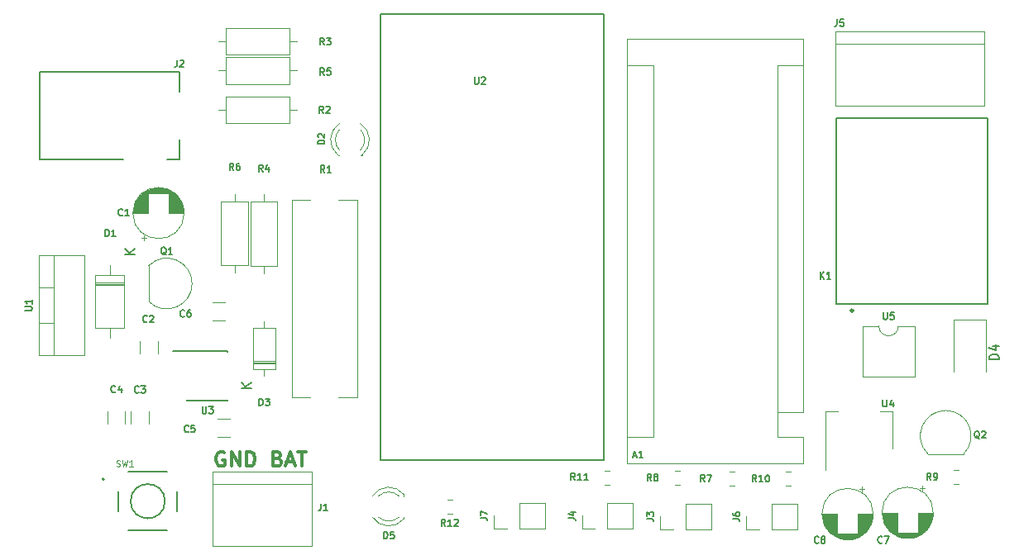
<source format=gbr>
G04 #@! TF.GenerationSoftware,KiCad,Pcbnew,(5.0.1)-3*
G04 #@! TF.CreationDate,2021-06-13T08:30:19+05:45*
G04 #@! TF.ProjectId,Logic-circuit,4C6F6769632D636972637569742E6B69,rev?*
G04 #@! TF.SameCoordinates,Original*
G04 #@! TF.FileFunction,Legend,Top*
G04 #@! TF.FilePolarity,Positive*
%FSLAX46Y46*%
G04 Gerber Fmt 4.6, Leading zero omitted, Abs format (unit mm)*
G04 Created by KiCad (PCBNEW (5.0.1)-3) date 6/13/2021 8:30:19 AM*
%MOMM*%
%LPD*%
G01*
G04 APERTURE LIST*
%ADD10C,0.300000*%
%ADD11C,0.120000*%
%ADD12C,0.127000*%
%ADD13C,0.150000*%
%ADD14C,0.200000*%
%ADD15C,0.015000*%
G04 APERTURE END LIST*
D10*
X108057142Y-104990000D02*
X107914285Y-104918571D01*
X107700000Y-104918571D01*
X107485714Y-104990000D01*
X107342857Y-105132857D01*
X107271428Y-105275714D01*
X107200000Y-105561428D01*
X107200000Y-105775714D01*
X107271428Y-106061428D01*
X107342857Y-106204285D01*
X107485714Y-106347142D01*
X107700000Y-106418571D01*
X107842857Y-106418571D01*
X108057142Y-106347142D01*
X108128571Y-106275714D01*
X108128571Y-105775714D01*
X107842857Y-105775714D01*
X108771428Y-106418571D02*
X108771428Y-104918571D01*
X109628571Y-106418571D01*
X109628571Y-104918571D01*
X110342857Y-106418571D02*
X110342857Y-104918571D01*
X110700000Y-104918571D01*
X110914285Y-104990000D01*
X111057142Y-105132857D01*
X111128571Y-105275714D01*
X111200000Y-105561428D01*
X111200000Y-105775714D01*
X111128571Y-106061428D01*
X111057142Y-106204285D01*
X110914285Y-106347142D01*
X110700000Y-106418571D01*
X110342857Y-106418571D01*
X113502857Y-105632857D02*
X113717142Y-105704285D01*
X113788571Y-105775714D01*
X113860000Y-105918571D01*
X113860000Y-106132857D01*
X113788571Y-106275714D01*
X113717142Y-106347142D01*
X113574285Y-106418571D01*
X113002857Y-106418571D01*
X113002857Y-104918571D01*
X113502857Y-104918571D01*
X113645714Y-104990000D01*
X113717142Y-105061428D01*
X113788571Y-105204285D01*
X113788571Y-105347142D01*
X113717142Y-105490000D01*
X113645714Y-105561428D01*
X113502857Y-105632857D01*
X113002857Y-105632857D01*
X114431428Y-105990000D02*
X115145714Y-105990000D01*
X114288571Y-106418571D02*
X114788571Y-104918571D01*
X115288571Y-106418571D01*
X115574285Y-104918571D02*
X116431428Y-104918571D01*
X116002857Y-106418571D02*
X116002857Y-104918571D01*
D11*
G04 #@! TO.C,A1*
X164650000Y-100880000D02*
X164650000Y-103420000D01*
X164650000Y-103420000D02*
X167320000Y-103420000D01*
X167320000Y-100880000D02*
X167320000Y-62650000D01*
X167320000Y-106090000D02*
X167320000Y-103420000D01*
X151950000Y-103420000D02*
X149280000Y-103420000D01*
X151950000Y-103420000D02*
X151950000Y-65320000D01*
X151950000Y-65320000D02*
X149280000Y-65320000D01*
X164650000Y-100880000D02*
X167320000Y-100880000D01*
X164650000Y-100880000D02*
X164650000Y-65320000D01*
X164650000Y-65320000D02*
X167320000Y-65320000D01*
X167320000Y-62650000D02*
X149280000Y-62650000D01*
X149280000Y-62650000D02*
X149280000Y-106090000D01*
X149280000Y-106090000D02*
X167320000Y-106090000D01*
G04 #@! TO.C,C1*
X103940000Y-80470000D02*
G75*
G03X103940000Y-80470000I-2620000J0D01*
G01*
X102360000Y-80470000D02*
X103900000Y-80470000D01*
X98740000Y-80470000D02*
X100280000Y-80470000D01*
X102360000Y-80430000D02*
X103900000Y-80430000D01*
X98740000Y-80430000D02*
X100280000Y-80430000D01*
X98741000Y-80390000D02*
X100280000Y-80390000D01*
X102360000Y-80390000D02*
X103899000Y-80390000D01*
X98742000Y-80350000D02*
X100280000Y-80350000D01*
X102360000Y-80350000D02*
X103898000Y-80350000D01*
X98744000Y-80310000D02*
X100280000Y-80310000D01*
X102360000Y-80310000D02*
X103896000Y-80310000D01*
X98747000Y-80270000D02*
X100280000Y-80270000D01*
X102360000Y-80270000D02*
X103893000Y-80270000D01*
X98751000Y-80230000D02*
X100280000Y-80230000D01*
X102360000Y-80230000D02*
X103889000Y-80230000D01*
X98755000Y-80190000D02*
X100280000Y-80190000D01*
X102360000Y-80190000D02*
X103885000Y-80190000D01*
X98759000Y-80150000D02*
X100280000Y-80150000D01*
X102360000Y-80150000D02*
X103881000Y-80150000D01*
X98764000Y-80110000D02*
X100280000Y-80110000D01*
X102360000Y-80110000D02*
X103876000Y-80110000D01*
X98770000Y-80070000D02*
X100280000Y-80070000D01*
X102360000Y-80070000D02*
X103870000Y-80070000D01*
X98777000Y-80030000D02*
X100280000Y-80030000D01*
X102360000Y-80030000D02*
X103863000Y-80030000D01*
X98784000Y-79990000D02*
X100280000Y-79990000D01*
X102360000Y-79990000D02*
X103856000Y-79990000D01*
X98792000Y-79950000D02*
X100280000Y-79950000D01*
X102360000Y-79950000D02*
X103848000Y-79950000D01*
X98800000Y-79910000D02*
X100280000Y-79910000D01*
X102360000Y-79910000D02*
X103840000Y-79910000D01*
X98809000Y-79870000D02*
X100280000Y-79870000D01*
X102360000Y-79870000D02*
X103831000Y-79870000D01*
X98819000Y-79830000D02*
X100280000Y-79830000D01*
X102360000Y-79830000D02*
X103821000Y-79830000D01*
X98829000Y-79790000D02*
X100280000Y-79790000D01*
X102360000Y-79790000D02*
X103811000Y-79790000D01*
X98840000Y-79749000D02*
X100280000Y-79749000D01*
X102360000Y-79749000D02*
X103800000Y-79749000D01*
X98852000Y-79709000D02*
X100280000Y-79709000D01*
X102360000Y-79709000D02*
X103788000Y-79709000D01*
X98865000Y-79669000D02*
X100280000Y-79669000D01*
X102360000Y-79669000D02*
X103775000Y-79669000D01*
X98878000Y-79629000D02*
X100280000Y-79629000D01*
X102360000Y-79629000D02*
X103762000Y-79629000D01*
X98892000Y-79589000D02*
X100280000Y-79589000D01*
X102360000Y-79589000D02*
X103748000Y-79589000D01*
X98906000Y-79549000D02*
X100280000Y-79549000D01*
X102360000Y-79549000D02*
X103734000Y-79549000D01*
X98922000Y-79509000D02*
X100280000Y-79509000D01*
X102360000Y-79509000D02*
X103718000Y-79509000D01*
X98938000Y-79469000D02*
X100280000Y-79469000D01*
X102360000Y-79469000D02*
X103702000Y-79469000D01*
X98955000Y-79429000D02*
X100280000Y-79429000D01*
X102360000Y-79429000D02*
X103685000Y-79429000D01*
X98972000Y-79389000D02*
X100280000Y-79389000D01*
X102360000Y-79389000D02*
X103668000Y-79389000D01*
X98991000Y-79349000D02*
X100280000Y-79349000D01*
X102360000Y-79349000D02*
X103649000Y-79349000D01*
X99010000Y-79309000D02*
X100280000Y-79309000D01*
X102360000Y-79309000D02*
X103630000Y-79309000D01*
X99030000Y-79269000D02*
X100280000Y-79269000D01*
X102360000Y-79269000D02*
X103610000Y-79269000D01*
X99052000Y-79229000D02*
X100280000Y-79229000D01*
X102360000Y-79229000D02*
X103588000Y-79229000D01*
X99073000Y-79189000D02*
X100280000Y-79189000D01*
X102360000Y-79189000D02*
X103567000Y-79189000D01*
X99096000Y-79149000D02*
X100280000Y-79149000D01*
X102360000Y-79149000D02*
X103544000Y-79149000D01*
X99120000Y-79109000D02*
X100280000Y-79109000D01*
X102360000Y-79109000D02*
X103520000Y-79109000D01*
X99145000Y-79069000D02*
X100280000Y-79069000D01*
X102360000Y-79069000D02*
X103495000Y-79069000D01*
X99171000Y-79029000D02*
X100280000Y-79029000D01*
X102360000Y-79029000D02*
X103469000Y-79029000D01*
X99198000Y-78989000D02*
X100280000Y-78989000D01*
X102360000Y-78989000D02*
X103442000Y-78989000D01*
X99225000Y-78949000D02*
X100280000Y-78949000D01*
X102360000Y-78949000D02*
X103415000Y-78949000D01*
X99255000Y-78909000D02*
X100280000Y-78909000D01*
X102360000Y-78909000D02*
X103385000Y-78909000D01*
X99285000Y-78869000D02*
X100280000Y-78869000D01*
X102360000Y-78869000D02*
X103355000Y-78869000D01*
X99316000Y-78829000D02*
X100280000Y-78829000D01*
X102360000Y-78829000D02*
X103324000Y-78829000D01*
X99349000Y-78789000D02*
X100280000Y-78789000D01*
X102360000Y-78789000D02*
X103291000Y-78789000D01*
X99383000Y-78749000D02*
X100280000Y-78749000D01*
X102360000Y-78749000D02*
X103257000Y-78749000D01*
X99419000Y-78709000D02*
X100280000Y-78709000D01*
X102360000Y-78709000D02*
X103221000Y-78709000D01*
X99456000Y-78669000D02*
X100280000Y-78669000D01*
X102360000Y-78669000D02*
X103184000Y-78669000D01*
X99494000Y-78629000D02*
X100280000Y-78629000D01*
X102360000Y-78629000D02*
X103146000Y-78629000D01*
X99535000Y-78589000D02*
X100280000Y-78589000D01*
X102360000Y-78589000D02*
X103105000Y-78589000D01*
X99577000Y-78549000D02*
X100280000Y-78549000D01*
X102360000Y-78549000D02*
X103063000Y-78549000D01*
X99621000Y-78509000D02*
X100280000Y-78509000D01*
X102360000Y-78509000D02*
X103019000Y-78509000D01*
X99667000Y-78469000D02*
X100280000Y-78469000D01*
X102360000Y-78469000D02*
X102973000Y-78469000D01*
X99715000Y-78429000D02*
X102925000Y-78429000D01*
X99766000Y-78389000D02*
X102874000Y-78389000D01*
X99820000Y-78349000D02*
X102820000Y-78349000D01*
X99877000Y-78309000D02*
X102763000Y-78309000D01*
X99937000Y-78269000D02*
X102703000Y-78269000D01*
X100001000Y-78229000D02*
X102639000Y-78229000D01*
X100069000Y-78189000D02*
X102571000Y-78189000D01*
X100142000Y-78149000D02*
X102498000Y-78149000D01*
X100222000Y-78109000D02*
X102418000Y-78109000D01*
X100309000Y-78069000D02*
X102331000Y-78069000D01*
X100405000Y-78029000D02*
X102235000Y-78029000D01*
X100515000Y-77989000D02*
X102125000Y-77989000D01*
X100643000Y-77949000D02*
X101997000Y-77949000D01*
X100802000Y-77909000D02*
X101838000Y-77909000D01*
X101036000Y-77869000D02*
X101604000Y-77869000D01*
X99845000Y-83274775D02*
X99845000Y-82774775D01*
X99595000Y-83024775D02*
X100095000Y-83024775D01*
G04 #@! TO.C,C2*
X101240000Y-93591000D02*
X101240000Y-94849000D01*
X99400000Y-93591000D02*
X99400000Y-94849000D01*
G04 #@! TO.C,C3*
X100310000Y-100791000D02*
X100310000Y-102049000D01*
X98470000Y-100791000D02*
X98470000Y-102049000D01*
G04 #@! TO.C,C4*
X96060000Y-100831000D02*
X96060000Y-102089000D01*
X97900000Y-100831000D02*
X97900000Y-102089000D01*
G04 #@! TO.C,C5*
X108629000Y-101540000D02*
X107371000Y-101540000D01*
X108629000Y-103380000D02*
X107371000Y-103380000D01*
G04 #@! TO.C,C6*
X106861000Y-89650000D02*
X108119000Y-89650000D01*
X106861000Y-91490000D02*
X108119000Y-91490000D01*
G04 #@! TO.C,C7*
X180620000Y-111190000D02*
G75*
G03X180620000Y-111190000I-2620000J0D01*
G01*
X176960000Y-111190000D02*
X175420000Y-111190000D01*
X180580000Y-111190000D02*
X179040000Y-111190000D01*
X176960000Y-111230000D02*
X175420000Y-111230000D01*
X180580000Y-111230000D02*
X179040000Y-111230000D01*
X180579000Y-111270000D02*
X179040000Y-111270000D01*
X176960000Y-111270000D02*
X175421000Y-111270000D01*
X180578000Y-111310000D02*
X179040000Y-111310000D01*
X176960000Y-111310000D02*
X175422000Y-111310000D01*
X180576000Y-111350000D02*
X179040000Y-111350000D01*
X176960000Y-111350000D02*
X175424000Y-111350000D01*
X180573000Y-111390000D02*
X179040000Y-111390000D01*
X176960000Y-111390000D02*
X175427000Y-111390000D01*
X180569000Y-111430000D02*
X179040000Y-111430000D01*
X176960000Y-111430000D02*
X175431000Y-111430000D01*
X180565000Y-111470000D02*
X179040000Y-111470000D01*
X176960000Y-111470000D02*
X175435000Y-111470000D01*
X180561000Y-111510000D02*
X179040000Y-111510000D01*
X176960000Y-111510000D02*
X175439000Y-111510000D01*
X180556000Y-111550000D02*
X179040000Y-111550000D01*
X176960000Y-111550000D02*
X175444000Y-111550000D01*
X180550000Y-111590000D02*
X179040000Y-111590000D01*
X176960000Y-111590000D02*
X175450000Y-111590000D01*
X180543000Y-111630000D02*
X179040000Y-111630000D01*
X176960000Y-111630000D02*
X175457000Y-111630000D01*
X180536000Y-111670000D02*
X179040000Y-111670000D01*
X176960000Y-111670000D02*
X175464000Y-111670000D01*
X180528000Y-111710000D02*
X179040000Y-111710000D01*
X176960000Y-111710000D02*
X175472000Y-111710000D01*
X180520000Y-111750000D02*
X179040000Y-111750000D01*
X176960000Y-111750000D02*
X175480000Y-111750000D01*
X180511000Y-111790000D02*
X179040000Y-111790000D01*
X176960000Y-111790000D02*
X175489000Y-111790000D01*
X180501000Y-111830000D02*
X179040000Y-111830000D01*
X176960000Y-111830000D02*
X175499000Y-111830000D01*
X180491000Y-111870000D02*
X179040000Y-111870000D01*
X176960000Y-111870000D02*
X175509000Y-111870000D01*
X180480000Y-111911000D02*
X179040000Y-111911000D01*
X176960000Y-111911000D02*
X175520000Y-111911000D01*
X180468000Y-111951000D02*
X179040000Y-111951000D01*
X176960000Y-111951000D02*
X175532000Y-111951000D01*
X180455000Y-111991000D02*
X179040000Y-111991000D01*
X176960000Y-111991000D02*
X175545000Y-111991000D01*
X180442000Y-112031000D02*
X179040000Y-112031000D01*
X176960000Y-112031000D02*
X175558000Y-112031000D01*
X180428000Y-112071000D02*
X179040000Y-112071000D01*
X176960000Y-112071000D02*
X175572000Y-112071000D01*
X180414000Y-112111000D02*
X179040000Y-112111000D01*
X176960000Y-112111000D02*
X175586000Y-112111000D01*
X180398000Y-112151000D02*
X179040000Y-112151000D01*
X176960000Y-112151000D02*
X175602000Y-112151000D01*
X180382000Y-112191000D02*
X179040000Y-112191000D01*
X176960000Y-112191000D02*
X175618000Y-112191000D01*
X180365000Y-112231000D02*
X179040000Y-112231000D01*
X176960000Y-112231000D02*
X175635000Y-112231000D01*
X180348000Y-112271000D02*
X179040000Y-112271000D01*
X176960000Y-112271000D02*
X175652000Y-112271000D01*
X180329000Y-112311000D02*
X179040000Y-112311000D01*
X176960000Y-112311000D02*
X175671000Y-112311000D01*
X180310000Y-112351000D02*
X179040000Y-112351000D01*
X176960000Y-112351000D02*
X175690000Y-112351000D01*
X180290000Y-112391000D02*
X179040000Y-112391000D01*
X176960000Y-112391000D02*
X175710000Y-112391000D01*
X180268000Y-112431000D02*
X179040000Y-112431000D01*
X176960000Y-112431000D02*
X175732000Y-112431000D01*
X180247000Y-112471000D02*
X179040000Y-112471000D01*
X176960000Y-112471000D02*
X175753000Y-112471000D01*
X180224000Y-112511000D02*
X179040000Y-112511000D01*
X176960000Y-112511000D02*
X175776000Y-112511000D01*
X180200000Y-112551000D02*
X179040000Y-112551000D01*
X176960000Y-112551000D02*
X175800000Y-112551000D01*
X180175000Y-112591000D02*
X179040000Y-112591000D01*
X176960000Y-112591000D02*
X175825000Y-112591000D01*
X180149000Y-112631000D02*
X179040000Y-112631000D01*
X176960000Y-112631000D02*
X175851000Y-112631000D01*
X180122000Y-112671000D02*
X179040000Y-112671000D01*
X176960000Y-112671000D02*
X175878000Y-112671000D01*
X180095000Y-112711000D02*
X179040000Y-112711000D01*
X176960000Y-112711000D02*
X175905000Y-112711000D01*
X180065000Y-112751000D02*
X179040000Y-112751000D01*
X176960000Y-112751000D02*
X175935000Y-112751000D01*
X180035000Y-112791000D02*
X179040000Y-112791000D01*
X176960000Y-112791000D02*
X175965000Y-112791000D01*
X180004000Y-112831000D02*
X179040000Y-112831000D01*
X176960000Y-112831000D02*
X175996000Y-112831000D01*
X179971000Y-112871000D02*
X179040000Y-112871000D01*
X176960000Y-112871000D02*
X176029000Y-112871000D01*
X179937000Y-112911000D02*
X179040000Y-112911000D01*
X176960000Y-112911000D02*
X176063000Y-112911000D01*
X179901000Y-112951000D02*
X179040000Y-112951000D01*
X176960000Y-112951000D02*
X176099000Y-112951000D01*
X179864000Y-112991000D02*
X179040000Y-112991000D01*
X176960000Y-112991000D02*
X176136000Y-112991000D01*
X179826000Y-113031000D02*
X179040000Y-113031000D01*
X176960000Y-113031000D02*
X176174000Y-113031000D01*
X179785000Y-113071000D02*
X179040000Y-113071000D01*
X176960000Y-113071000D02*
X176215000Y-113071000D01*
X179743000Y-113111000D02*
X179040000Y-113111000D01*
X176960000Y-113111000D02*
X176257000Y-113111000D01*
X179699000Y-113151000D02*
X179040000Y-113151000D01*
X176960000Y-113151000D02*
X176301000Y-113151000D01*
X179653000Y-113191000D02*
X179040000Y-113191000D01*
X176960000Y-113191000D02*
X176347000Y-113191000D01*
X179605000Y-113231000D02*
X176395000Y-113231000D01*
X179554000Y-113271000D02*
X176446000Y-113271000D01*
X179500000Y-113311000D02*
X176500000Y-113311000D01*
X179443000Y-113351000D02*
X176557000Y-113351000D01*
X179383000Y-113391000D02*
X176617000Y-113391000D01*
X179319000Y-113431000D02*
X176681000Y-113431000D01*
X179251000Y-113471000D02*
X176749000Y-113471000D01*
X179178000Y-113511000D02*
X176822000Y-113511000D01*
X179098000Y-113551000D02*
X176902000Y-113551000D01*
X179011000Y-113591000D02*
X176989000Y-113591000D01*
X178915000Y-113631000D02*
X177085000Y-113631000D01*
X178805000Y-113671000D02*
X177195000Y-113671000D01*
X178677000Y-113711000D02*
X177323000Y-113711000D01*
X178518000Y-113751000D02*
X177482000Y-113751000D01*
X178284000Y-113791000D02*
X177716000Y-113791000D01*
X179475000Y-108385225D02*
X179475000Y-108885225D01*
X179725000Y-108635225D02*
X179225000Y-108635225D01*
G04 #@! TO.C,C8*
X173575000Y-108765225D02*
X173075000Y-108765225D01*
X173325000Y-108515225D02*
X173325000Y-109015225D01*
X172134000Y-113921000D02*
X171566000Y-113921000D01*
X172368000Y-113881000D02*
X171332000Y-113881000D01*
X172527000Y-113841000D02*
X171173000Y-113841000D01*
X172655000Y-113801000D02*
X171045000Y-113801000D01*
X172765000Y-113761000D02*
X170935000Y-113761000D01*
X172861000Y-113721000D02*
X170839000Y-113721000D01*
X172948000Y-113681000D02*
X170752000Y-113681000D01*
X173028000Y-113641000D02*
X170672000Y-113641000D01*
X173101000Y-113601000D02*
X170599000Y-113601000D01*
X173169000Y-113561000D02*
X170531000Y-113561000D01*
X173233000Y-113521000D02*
X170467000Y-113521000D01*
X173293000Y-113481000D02*
X170407000Y-113481000D01*
X173350000Y-113441000D02*
X170350000Y-113441000D01*
X173404000Y-113401000D02*
X170296000Y-113401000D01*
X173455000Y-113361000D02*
X170245000Y-113361000D01*
X170810000Y-113321000D02*
X170197000Y-113321000D01*
X173503000Y-113321000D02*
X172890000Y-113321000D01*
X170810000Y-113281000D02*
X170151000Y-113281000D01*
X173549000Y-113281000D02*
X172890000Y-113281000D01*
X170810000Y-113241000D02*
X170107000Y-113241000D01*
X173593000Y-113241000D02*
X172890000Y-113241000D01*
X170810000Y-113201000D02*
X170065000Y-113201000D01*
X173635000Y-113201000D02*
X172890000Y-113201000D01*
X170810000Y-113161000D02*
X170024000Y-113161000D01*
X173676000Y-113161000D02*
X172890000Y-113161000D01*
X170810000Y-113121000D02*
X169986000Y-113121000D01*
X173714000Y-113121000D02*
X172890000Y-113121000D01*
X170810000Y-113081000D02*
X169949000Y-113081000D01*
X173751000Y-113081000D02*
X172890000Y-113081000D01*
X170810000Y-113041000D02*
X169913000Y-113041000D01*
X173787000Y-113041000D02*
X172890000Y-113041000D01*
X170810000Y-113001000D02*
X169879000Y-113001000D01*
X173821000Y-113001000D02*
X172890000Y-113001000D01*
X170810000Y-112961000D02*
X169846000Y-112961000D01*
X173854000Y-112961000D02*
X172890000Y-112961000D01*
X170810000Y-112921000D02*
X169815000Y-112921000D01*
X173885000Y-112921000D02*
X172890000Y-112921000D01*
X170810000Y-112881000D02*
X169785000Y-112881000D01*
X173915000Y-112881000D02*
X172890000Y-112881000D01*
X170810000Y-112841000D02*
X169755000Y-112841000D01*
X173945000Y-112841000D02*
X172890000Y-112841000D01*
X170810000Y-112801000D02*
X169728000Y-112801000D01*
X173972000Y-112801000D02*
X172890000Y-112801000D01*
X170810000Y-112761000D02*
X169701000Y-112761000D01*
X173999000Y-112761000D02*
X172890000Y-112761000D01*
X170810000Y-112721000D02*
X169675000Y-112721000D01*
X174025000Y-112721000D02*
X172890000Y-112721000D01*
X170810000Y-112681000D02*
X169650000Y-112681000D01*
X174050000Y-112681000D02*
X172890000Y-112681000D01*
X170810000Y-112641000D02*
X169626000Y-112641000D01*
X174074000Y-112641000D02*
X172890000Y-112641000D01*
X170810000Y-112601000D02*
X169603000Y-112601000D01*
X174097000Y-112601000D02*
X172890000Y-112601000D01*
X170810000Y-112561000D02*
X169582000Y-112561000D01*
X174118000Y-112561000D02*
X172890000Y-112561000D01*
X170810000Y-112521000D02*
X169560000Y-112521000D01*
X174140000Y-112521000D02*
X172890000Y-112521000D01*
X170810000Y-112481000D02*
X169540000Y-112481000D01*
X174160000Y-112481000D02*
X172890000Y-112481000D01*
X170810000Y-112441000D02*
X169521000Y-112441000D01*
X174179000Y-112441000D02*
X172890000Y-112441000D01*
X170810000Y-112401000D02*
X169502000Y-112401000D01*
X174198000Y-112401000D02*
X172890000Y-112401000D01*
X170810000Y-112361000D02*
X169485000Y-112361000D01*
X174215000Y-112361000D02*
X172890000Y-112361000D01*
X170810000Y-112321000D02*
X169468000Y-112321000D01*
X174232000Y-112321000D02*
X172890000Y-112321000D01*
X170810000Y-112281000D02*
X169452000Y-112281000D01*
X174248000Y-112281000D02*
X172890000Y-112281000D01*
X170810000Y-112241000D02*
X169436000Y-112241000D01*
X174264000Y-112241000D02*
X172890000Y-112241000D01*
X170810000Y-112201000D02*
X169422000Y-112201000D01*
X174278000Y-112201000D02*
X172890000Y-112201000D01*
X170810000Y-112161000D02*
X169408000Y-112161000D01*
X174292000Y-112161000D02*
X172890000Y-112161000D01*
X170810000Y-112121000D02*
X169395000Y-112121000D01*
X174305000Y-112121000D02*
X172890000Y-112121000D01*
X170810000Y-112081000D02*
X169382000Y-112081000D01*
X174318000Y-112081000D02*
X172890000Y-112081000D01*
X170810000Y-112041000D02*
X169370000Y-112041000D01*
X174330000Y-112041000D02*
X172890000Y-112041000D01*
X170810000Y-112000000D02*
X169359000Y-112000000D01*
X174341000Y-112000000D02*
X172890000Y-112000000D01*
X170810000Y-111960000D02*
X169349000Y-111960000D01*
X174351000Y-111960000D02*
X172890000Y-111960000D01*
X170810000Y-111920000D02*
X169339000Y-111920000D01*
X174361000Y-111920000D02*
X172890000Y-111920000D01*
X170810000Y-111880000D02*
X169330000Y-111880000D01*
X174370000Y-111880000D02*
X172890000Y-111880000D01*
X170810000Y-111840000D02*
X169322000Y-111840000D01*
X174378000Y-111840000D02*
X172890000Y-111840000D01*
X170810000Y-111800000D02*
X169314000Y-111800000D01*
X174386000Y-111800000D02*
X172890000Y-111800000D01*
X170810000Y-111760000D02*
X169307000Y-111760000D01*
X174393000Y-111760000D02*
X172890000Y-111760000D01*
X170810000Y-111720000D02*
X169300000Y-111720000D01*
X174400000Y-111720000D02*
X172890000Y-111720000D01*
X170810000Y-111680000D02*
X169294000Y-111680000D01*
X174406000Y-111680000D02*
X172890000Y-111680000D01*
X170810000Y-111640000D02*
X169289000Y-111640000D01*
X174411000Y-111640000D02*
X172890000Y-111640000D01*
X170810000Y-111600000D02*
X169285000Y-111600000D01*
X174415000Y-111600000D02*
X172890000Y-111600000D01*
X170810000Y-111560000D02*
X169281000Y-111560000D01*
X174419000Y-111560000D02*
X172890000Y-111560000D01*
X170810000Y-111520000D02*
X169277000Y-111520000D01*
X174423000Y-111520000D02*
X172890000Y-111520000D01*
X170810000Y-111480000D02*
X169274000Y-111480000D01*
X174426000Y-111480000D02*
X172890000Y-111480000D01*
X170810000Y-111440000D02*
X169272000Y-111440000D01*
X174428000Y-111440000D02*
X172890000Y-111440000D01*
X170810000Y-111400000D02*
X169271000Y-111400000D01*
X174429000Y-111400000D02*
X172890000Y-111400000D01*
X174430000Y-111360000D02*
X172890000Y-111360000D01*
X170810000Y-111360000D02*
X169270000Y-111360000D01*
X174430000Y-111320000D02*
X172890000Y-111320000D01*
X170810000Y-111320000D02*
X169270000Y-111320000D01*
X174470000Y-111320000D02*
G75*
G03X174470000Y-111320000I-2620000J0D01*
G01*
G04 #@! TO.C,D1*
X97790000Y-86830000D02*
X94850000Y-86830000D01*
X94850000Y-86830000D02*
X94850000Y-92270000D01*
X94850000Y-92270000D02*
X97790000Y-92270000D01*
X97790000Y-92270000D02*
X97790000Y-86830000D01*
X96320000Y-85810000D02*
X96320000Y-86830000D01*
X96320000Y-93290000D02*
X96320000Y-92270000D01*
X97790000Y-87730000D02*
X94850000Y-87730000D01*
X97790000Y-87850000D02*
X94850000Y-87850000D01*
X97790000Y-87610000D02*
X94850000Y-87610000D01*
G04 #@! TO.C,D2*
X119841392Y-71297665D02*
G75*
G03X119684484Y-74530000I1078608J-1672335D01*
G01*
X121998608Y-71297665D02*
G75*
G02X122155516Y-74530000I-1078608J-1672335D01*
G01*
X119840163Y-71928870D02*
G75*
G03X119840000Y-74010961I1079837J-1041130D01*
G01*
X121999837Y-71928870D02*
G75*
G02X122000000Y-74010961I-1079837J-1041130D01*
G01*
X119684000Y-74530000D02*
X119840000Y-74530000D01*
X122000000Y-74530000D02*
X122156000Y-74530000D01*
G04 #@! TO.C,D3*
X111020000Y-96480000D02*
X113260000Y-96480000D01*
X113260000Y-96480000D02*
X113260000Y-92240000D01*
X113260000Y-92240000D02*
X111020000Y-92240000D01*
X111020000Y-92240000D02*
X111020000Y-96480000D01*
X112140000Y-97130000D02*
X112140000Y-96480000D01*
X112140000Y-91590000D02*
X112140000Y-92240000D01*
X111020000Y-95760000D02*
X113260000Y-95760000D01*
X111020000Y-95640000D02*
X113260000Y-95640000D01*
X111020000Y-95880000D02*
X113260000Y-95880000D01*
G04 #@! TO.C,J1*
X106860000Y-108260000D02*
X117020000Y-108260000D01*
X106860000Y-106990000D02*
X106860000Y-114610000D01*
X106860000Y-114610000D02*
X117020000Y-114610000D01*
X117020000Y-114610000D02*
X117020000Y-106990000D01*
X117020000Y-106990000D02*
X106860000Y-106990000D01*
G04 #@! TO.C,J3*
X157870000Y-112920000D02*
X157870000Y-110260000D01*
X155270000Y-112920000D02*
X157870000Y-112920000D01*
X155270000Y-110260000D02*
X157870000Y-110260000D01*
X155270000Y-112920000D02*
X155270000Y-110260000D01*
X154000000Y-112920000D02*
X152670000Y-112920000D01*
X152670000Y-112920000D02*
X152670000Y-111590000D01*
G04 #@! TO.C,J4*
X144670000Y-112830000D02*
X144670000Y-111500000D01*
X146000000Y-112830000D02*
X144670000Y-112830000D01*
X147270000Y-112830000D02*
X147270000Y-110170000D01*
X147270000Y-110170000D02*
X149870000Y-110170000D01*
X147270000Y-112830000D02*
X149870000Y-112830000D01*
X149870000Y-112830000D02*
X149870000Y-110170000D01*
G04 #@! TO.C,J6*
X166700000Y-112920000D02*
X166700000Y-110260000D01*
X164100000Y-112920000D02*
X166700000Y-112920000D01*
X164100000Y-110260000D02*
X166700000Y-110260000D01*
X164100000Y-112920000D02*
X164100000Y-110260000D01*
X162830000Y-112920000D02*
X161500000Y-112920000D01*
X161500000Y-112920000D02*
X161500000Y-111590000D01*
G04 #@! TO.C,J7*
X135670000Y-112830000D02*
X135670000Y-111500000D01*
X137000000Y-112830000D02*
X135670000Y-112830000D01*
X138270000Y-112830000D02*
X138270000Y-110170000D01*
X138270000Y-110170000D02*
X140870000Y-110170000D01*
X138270000Y-112830000D02*
X140870000Y-112830000D01*
X140870000Y-112830000D02*
X140870000Y-110170000D01*
D12*
G04 #@! TO.C,K1*
X186160000Y-89820000D02*
X170660000Y-89820000D01*
X170660000Y-89820000D02*
X170660000Y-70720000D01*
X170660000Y-70720000D02*
X186160000Y-70720000D01*
X186160000Y-70720000D02*
X186160000Y-89820000D01*
D10*
X172391000Y-90470000D02*
G75*
G03X172391000Y-90470000I-100000J0D01*
G01*
D11*
G04 #@! TO.C,Q1*
X100310000Y-85900000D02*
X100310000Y-89500000D01*
X100321522Y-85861522D02*
G75*
G02X104760000Y-87700000I1838478J-1838478D01*
G01*
X100321522Y-89538478D02*
G75*
G03X104760000Y-87700000I1838478J1838478D01*
G01*
G04 #@! TO.C,Q2*
X183738478Y-105148478D02*
G75*
G03X181900000Y-100710000I-1838478J1838478D01*
G01*
X180061522Y-105148478D02*
G75*
G02X181900000Y-100710000I1838478J1838478D01*
G01*
X180100000Y-105160000D02*
X183700000Y-105160000D01*
G04 #@! TO.C,R1*
X116880000Y-99390000D02*
X115000000Y-99390000D01*
X115000000Y-99390000D02*
X115000000Y-79150000D01*
X115000000Y-79150000D02*
X116880000Y-79150000D01*
X119760000Y-99390000D02*
X121640000Y-99390000D01*
X121640000Y-99390000D02*
X121640000Y-79150000D01*
X121640000Y-79150000D02*
X119760000Y-79150000D01*
G04 #@! TO.C,R2*
X108180000Y-68500000D02*
X108180000Y-71240000D01*
X108180000Y-71240000D02*
X114720000Y-71240000D01*
X114720000Y-71240000D02*
X114720000Y-68500000D01*
X114720000Y-68500000D02*
X108180000Y-68500000D01*
X107410000Y-69870000D02*
X108180000Y-69870000D01*
X115490000Y-69870000D02*
X114720000Y-69870000D01*
G04 #@! TO.C,R3*
X108180000Y-61500000D02*
X108180000Y-64240000D01*
X108180000Y-64240000D02*
X114720000Y-64240000D01*
X114720000Y-64240000D02*
X114720000Y-61500000D01*
X114720000Y-61500000D02*
X108180000Y-61500000D01*
X107410000Y-62870000D02*
X108180000Y-62870000D01*
X115490000Y-62870000D02*
X114720000Y-62870000D01*
G04 #@! TO.C,R4*
X113500000Y-79320000D02*
X110760000Y-79320000D01*
X110760000Y-79320000D02*
X110760000Y-85860000D01*
X110760000Y-85860000D02*
X113500000Y-85860000D01*
X113500000Y-85860000D02*
X113500000Y-79320000D01*
X112130000Y-78550000D02*
X112130000Y-79320000D01*
X112130000Y-86630000D02*
X112130000Y-85860000D01*
G04 #@! TO.C,R5*
X115490000Y-65870000D02*
X114720000Y-65870000D01*
X107410000Y-65870000D02*
X108180000Y-65870000D01*
X114720000Y-64500000D02*
X108180000Y-64500000D01*
X114720000Y-67240000D02*
X114720000Y-64500000D01*
X108180000Y-67240000D02*
X114720000Y-67240000D01*
X108180000Y-64500000D02*
X108180000Y-67240000D01*
G04 #@! TO.C,R6*
X109110000Y-78520000D02*
X109110000Y-79290000D01*
X109110000Y-86600000D02*
X109110000Y-85830000D01*
X107740000Y-79290000D02*
X107740000Y-85830000D01*
X110480000Y-79290000D02*
X107740000Y-79290000D01*
X110480000Y-85830000D02*
X110480000Y-79290000D01*
X107740000Y-85830000D02*
X110480000Y-85830000D01*
G04 #@! TO.C,R7*
X160288578Y-108390000D02*
X159771422Y-108390000D01*
X160288578Y-106970000D02*
X159771422Y-106970000D01*
G04 #@! TO.C,R8*
X154660578Y-106930000D02*
X154143422Y-106930000D01*
X154660578Y-108350000D02*
X154143422Y-108350000D01*
G04 #@! TO.C,R9*
X183258578Y-108210000D02*
X182741422Y-108210000D01*
X183258578Y-106790000D02*
X182741422Y-106790000D01*
G04 #@! TO.C,R10*
X166068578Y-108420000D02*
X165551422Y-108420000D01*
X166068578Y-107000000D02*
X165551422Y-107000000D01*
G04 #@! TO.C,R11*
X147466578Y-106910000D02*
X146949422Y-106910000D01*
X147466578Y-108330000D02*
X146949422Y-108330000D01*
D13*
G04 #@! TO.C,U3*
X104215000Y-94575000D02*
X104215000Y-94625000D01*
X108365000Y-94575000D02*
X108365000Y-94720000D01*
X108365000Y-99725000D02*
X108365000Y-99580000D01*
X104215000Y-99725000D02*
X104215000Y-99580000D01*
X104215000Y-94575000D02*
X108365000Y-94575000D01*
X104215000Y-99725000D02*
X108365000Y-99725000D01*
X104215000Y-94625000D02*
X102815000Y-94625000D01*
D11*
G04 #@! TO.C,U4*
X176440000Y-100830000D02*
X175180000Y-100830000D01*
X169620000Y-100830000D02*
X170880000Y-100830000D01*
X176440000Y-104590000D02*
X176440000Y-100830000D01*
X169620000Y-106840000D02*
X169620000Y-100830000D01*
G04 #@! TO.C,U5*
X177050000Y-92050000D02*
G75*
G02X175050000Y-92050000I-1000000J0D01*
G01*
X175050000Y-92050000D02*
X173400000Y-92050000D01*
X173400000Y-92050000D02*
X173400000Y-97250000D01*
X173400000Y-97250000D02*
X178700000Y-97250000D01*
X178700000Y-97250000D02*
X178700000Y-92050000D01*
X178700000Y-92050000D02*
X177050000Y-92050000D01*
D14*
G04 #@! TO.C,J2*
X103470000Y-68020000D02*
X103470000Y-65970000D01*
X103470000Y-65970000D02*
X89170000Y-65970000D01*
X89170000Y-65970000D02*
X89170000Y-74970000D01*
X89170000Y-74970000D02*
X97720000Y-74970000D01*
X103470000Y-72920000D02*
X103470000Y-74970000D01*
X103470000Y-74970000D02*
X102220000Y-74970000D01*
D13*
G04 #@! TO.C,U2*
X124050000Y-60070000D02*
X124050000Y-105790000D01*
X146910000Y-105790000D02*
X124050000Y-105790000D01*
X146910000Y-60070000D02*
X146910000Y-105790000D01*
X124050000Y-60070000D02*
X146910000Y-60070000D01*
D11*
G04 #@! TO.C,U1*
X89050000Y-95050000D02*
X89050000Y-84810000D01*
X93691000Y-95050000D02*
X93691000Y-84810000D01*
X89050000Y-95050000D02*
X93691000Y-95050000D01*
X89050000Y-84810000D02*
X93691000Y-84810000D01*
X90560000Y-95050000D02*
X90560000Y-84810000D01*
X89050000Y-91780000D02*
X90560000Y-91780000D01*
X89050000Y-88079000D02*
X90560000Y-88079000D01*
G04 #@! TO.C,D5*
X123217665Y-111638608D02*
G75*
G03X126450000Y-111795516I1672335J1078608D01*
G01*
X123217665Y-109481392D02*
G75*
G02X126450000Y-109324484I1672335J-1078608D01*
G01*
X123848870Y-111639837D02*
G75*
G03X125930961Y-111640000I1041130J1079837D01*
G01*
X123848870Y-109480163D02*
G75*
G02X125930961Y-109480000I1041130J-1079837D01*
G01*
X126450000Y-111796000D02*
X126450000Y-111640000D01*
X126450000Y-109480000D02*
X126450000Y-109324000D01*
G04 #@! TO.C,J5*
X185840000Y-61810000D02*
X185840000Y-69430000D01*
X170600000Y-61810000D02*
X170600000Y-69430000D01*
X185840000Y-63080000D02*
X170600000Y-63080000D01*
X185840000Y-69430000D02*
X170600000Y-69430000D01*
X185840000Y-61810000D02*
X170600000Y-61810000D01*
G04 #@! TO.C,R12*
X131378578Y-111300000D02*
X130861422Y-111300000D01*
X131378578Y-109880000D02*
X130861422Y-109880000D01*
G04 #@! TO.C,D4*
X186040000Y-91360000D02*
X182740000Y-91360000D01*
X182740000Y-91360000D02*
X182740000Y-96760000D01*
X186040000Y-91360000D02*
X186040000Y-96760000D01*
D12*
G04 #@! TO.C,SW1*
X98220000Y-107015000D02*
X102220000Y-107015000D01*
X103215000Y-109010000D02*
X103215000Y-111010000D01*
X102220000Y-113005000D02*
X98220000Y-113005000D01*
X97225000Y-109010000D02*
X97225000Y-111010000D01*
X101975000Y-110010000D02*
G75*
G03X101975000Y-110010000I-1755000J0D01*
G01*
D14*
X95748000Y-107760000D02*
G75*
G03X95748000Y-107760000I-100000J0D01*
G01*
G04 #@! TO.C,A1*
D13*
X149910000Y-105346666D02*
X150243333Y-105346666D01*
X149843333Y-105546666D02*
X150076666Y-104846666D01*
X150310000Y-105546666D01*
X150910000Y-105546666D02*
X150510000Y-105546666D01*
X150710000Y-105546666D02*
X150710000Y-104846666D01*
X150643333Y-104946666D01*
X150576666Y-105013333D01*
X150510000Y-105046666D01*
G04 #@! TO.C,C1*
X97633333Y-80670000D02*
X97600000Y-80703333D01*
X97500000Y-80736666D01*
X97433333Y-80736666D01*
X97333333Y-80703333D01*
X97266666Y-80636666D01*
X97233333Y-80570000D01*
X97200000Y-80436666D01*
X97200000Y-80336666D01*
X97233333Y-80203333D01*
X97266666Y-80136666D01*
X97333333Y-80070000D01*
X97433333Y-80036666D01*
X97500000Y-80036666D01*
X97600000Y-80070000D01*
X97633333Y-80103333D01*
X98300000Y-80736666D02*
X97900000Y-80736666D01*
X98100000Y-80736666D02*
X98100000Y-80036666D01*
X98033333Y-80136666D01*
X97966666Y-80203333D01*
X97900000Y-80236666D01*
G04 #@! TO.C,C2*
X100153333Y-91610000D02*
X100120000Y-91643333D01*
X100020000Y-91676666D01*
X99953333Y-91676666D01*
X99853333Y-91643333D01*
X99786666Y-91576666D01*
X99753333Y-91510000D01*
X99720000Y-91376666D01*
X99720000Y-91276666D01*
X99753333Y-91143333D01*
X99786666Y-91076666D01*
X99853333Y-91010000D01*
X99953333Y-90976666D01*
X100020000Y-90976666D01*
X100120000Y-91010000D01*
X100153333Y-91043333D01*
X100420000Y-91043333D02*
X100453333Y-91010000D01*
X100520000Y-90976666D01*
X100686666Y-90976666D01*
X100753333Y-91010000D01*
X100786666Y-91043333D01*
X100820000Y-91110000D01*
X100820000Y-91176666D01*
X100786666Y-91276666D01*
X100386666Y-91676666D01*
X100820000Y-91676666D01*
G04 #@! TO.C,C3*
X99293333Y-98840000D02*
X99260000Y-98873333D01*
X99160000Y-98906666D01*
X99093333Y-98906666D01*
X98993333Y-98873333D01*
X98926666Y-98806666D01*
X98893333Y-98740000D01*
X98860000Y-98606666D01*
X98860000Y-98506666D01*
X98893333Y-98373333D01*
X98926666Y-98306666D01*
X98993333Y-98240000D01*
X99093333Y-98206666D01*
X99160000Y-98206666D01*
X99260000Y-98240000D01*
X99293333Y-98273333D01*
X99526666Y-98206666D02*
X99960000Y-98206666D01*
X99726666Y-98473333D01*
X99826666Y-98473333D01*
X99893333Y-98506666D01*
X99926666Y-98540000D01*
X99960000Y-98606666D01*
X99960000Y-98773333D01*
X99926666Y-98840000D01*
X99893333Y-98873333D01*
X99826666Y-98906666D01*
X99626666Y-98906666D01*
X99560000Y-98873333D01*
X99526666Y-98840000D01*
G04 #@! TO.C,C4*
X96903333Y-98800000D02*
X96870000Y-98833333D01*
X96770000Y-98866666D01*
X96703333Y-98866666D01*
X96603333Y-98833333D01*
X96536666Y-98766666D01*
X96503333Y-98700000D01*
X96470000Y-98566666D01*
X96470000Y-98466666D01*
X96503333Y-98333333D01*
X96536666Y-98266666D01*
X96603333Y-98200000D01*
X96703333Y-98166666D01*
X96770000Y-98166666D01*
X96870000Y-98200000D01*
X96903333Y-98233333D01*
X97503333Y-98400000D02*
X97503333Y-98866666D01*
X97336666Y-98133333D02*
X97170000Y-98633333D01*
X97603333Y-98633333D01*
G04 #@! TO.C,C5*
X104393333Y-102850000D02*
X104360000Y-102883333D01*
X104260000Y-102916666D01*
X104193333Y-102916666D01*
X104093333Y-102883333D01*
X104026666Y-102816666D01*
X103993333Y-102750000D01*
X103960000Y-102616666D01*
X103960000Y-102516666D01*
X103993333Y-102383333D01*
X104026666Y-102316666D01*
X104093333Y-102250000D01*
X104193333Y-102216666D01*
X104260000Y-102216666D01*
X104360000Y-102250000D01*
X104393333Y-102283333D01*
X105026666Y-102216666D02*
X104693333Y-102216666D01*
X104660000Y-102550000D01*
X104693333Y-102516666D01*
X104760000Y-102483333D01*
X104926666Y-102483333D01*
X104993333Y-102516666D01*
X105026666Y-102550000D01*
X105060000Y-102616666D01*
X105060000Y-102783333D01*
X105026666Y-102850000D01*
X104993333Y-102883333D01*
X104926666Y-102916666D01*
X104760000Y-102916666D01*
X104693333Y-102883333D01*
X104660000Y-102850000D01*
G04 #@! TO.C,C6*
X103973333Y-91040000D02*
X103940000Y-91073333D01*
X103840000Y-91106666D01*
X103773333Y-91106666D01*
X103673333Y-91073333D01*
X103606666Y-91006666D01*
X103573333Y-90940000D01*
X103540000Y-90806666D01*
X103540000Y-90706666D01*
X103573333Y-90573333D01*
X103606666Y-90506666D01*
X103673333Y-90440000D01*
X103773333Y-90406666D01*
X103840000Y-90406666D01*
X103940000Y-90440000D01*
X103973333Y-90473333D01*
X104573333Y-90406666D02*
X104440000Y-90406666D01*
X104373333Y-90440000D01*
X104340000Y-90473333D01*
X104273333Y-90573333D01*
X104240000Y-90706666D01*
X104240000Y-90973333D01*
X104273333Y-91040000D01*
X104306666Y-91073333D01*
X104373333Y-91106666D01*
X104506666Y-91106666D01*
X104573333Y-91073333D01*
X104606666Y-91040000D01*
X104640000Y-90973333D01*
X104640000Y-90806666D01*
X104606666Y-90740000D01*
X104573333Y-90706666D01*
X104506666Y-90673333D01*
X104373333Y-90673333D01*
X104306666Y-90706666D01*
X104273333Y-90740000D01*
X104240000Y-90806666D01*
G04 #@! TO.C,C7*
X175383333Y-114250000D02*
X175350000Y-114283333D01*
X175250000Y-114316666D01*
X175183333Y-114316666D01*
X175083333Y-114283333D01*
X175016666Y-114216666D01*
X174983333Y-114150000D01*
X174950000Y-114016666D01*
X174950000Y-113916666D01*
X174983333Y-113783333D01*
X175016666Y-113716666D01*
X175083333Y-113650000D01*
X175183333Y-113616666D01*
X175250000Y-113616666D01*
X175350000Y-113650000D01*
X175383333Y-113683333D01*
X175616666Y-113616666D02*
X176083333Y-113616666D01*
X175783333Y-114316666D01*
G04 #@! TO.C,C8*
X168883333Y-114250000D02*
X168850000Y-114283333D01*
X168750000Y-114316666D01*
X168683333Y-114316666D01*
X168583333Y-114283333D01*
X168516666Y-114216666D01*
X168483333Y-114150000D01*
X168450000Y-114016666D01*
X168450000Y-113916666D01*
X168483333Y-113783333D01*
X168516666Y-113716666D01*
X168583333Y-113650000D01*
X168683333Y-113616666D01*
X168750000Y-113616666D01*
X168850000Y-113650000D01*
X168883333Y-113683333D01*
X169283333Y-113916666D02*
X169216666Y-113883333D01*
X169183333Y-113850000D01*
X169150000Y-113783333D01*
X169150000Y-113750000D01*
X169183333Y-113683333D01*
X169216666Y-113650000D01*
X169283333Y-113616666D01*
X169416666Y-113616666D01*
X169483333Y-113650000D01*
X169516666Y-113683333D01*
X169550000Y-113750000D01*
X169550000Y-113783333D01*
X169516666Y-113850000D01*
X169483333Y-113883333D01*
X169416666Y-113916666D01*
X169283333Y-113916666D01*
X169216666Y-113950000D01*
X169183333Y-113983333D01*
X169150000Y-114050000D01*
X169150000Y-114183333D01*
X169183333Y-114250000D01*
X169216666Y-114283333D01*
X169283333Y-114316666D01*
X169416666Y-114316666D01*
X169483333Y-114283333D01*
X169516666Y-114250000D01*
X169550000Y-114183333D01*
X169550000Y-114050000D01*
X169516666Y-113983333D01*
X169483333Y-113950000D01*
X169416666Y-113916666D01*
G04 #@! TO.C,D1*
X95863333Y-82856666D02*
X95863333Y-82156666D01*
X96030000Y-82156666D01*
X96130000Y-82190000D01*
X96196666Y-82256666D01*
X96230000Y-82323333D01*
X96263333Y-82456666D01*
X96263333Y-82556666D01*
X96230000Y-82690000D01*
X96196666Y-82756666D01*
X96130000Y-82823333D01*
X96030000Y-82856666D01*
X95863333Y-82856666D01*
X96930000Y-82856666D02*
X96530000Y-82856666D01*
X96730000Y-82856666D02*
X96730000Y-82156666D01*
X96663333Y-82256666D01*
X96596666Y-82323333D01*
X96530000Y-82356666D01*
X98872380Y-84731904D02*
X97872380Y-84731904D01*
X98872380Y-84160476D02*
X98300952Y-84589047D01*
X97872380Y-84160476D02*
X98443809Y-84731904D01*
G04 #@! TO.C,D2*
X118316666Y-73396666D02*
X117616666Y-73396666D01*
X117616666Y-73230000D01*
X117650000Y-73130000D01*
X117716666Y-73063333D01*
X117783333Y-73030000D01*
X117916666Y-72996666D01*
X118016666Y-72996666D01*
X118150000Y-73030000D01*
X118216666Y-73063333D01*
X118283333Y-73130000D01*
X118316666Y-73230000D01*
X118316666Y-73396666D01*
X117683333Y-72730000D02*
X117650000Y-72696666D01*
X117616666Y-72630000D01*
X117616666Y-72463333D01*
X117650000Y-72396666D01*
X117683333Y-72363333D01*
X117750000Y-72330000D01*
X117816666Y-72330000D01*
X117916666Y-72363333D01*
X118316666Y-72763333D01*
X118316666Y-72330000D01*
G04 #@! TO.C,D3*
X111633333Y-100186666D02*
X111633333Y-99486666D01*
X111800000Y-99486666D01*
X111900000Y-99520000D01*
X111966666Y-99586666D01*
X112000000Y-99653333D01*
X112033333Y-99786666D01*
X112033333Y-99886666D01*
X112000000Y-100020000D01*
X111966666Y-100086666D01*
X111900000Y-100153333D01*
X111800000Y-100186666D01*
X111633333Y-100186666D01*
X112266666Y-99486666D02*
X112700000Y-99486666D01*
X112466666Y-99753333D01*
X112566666Y-99753333D01*
X112633333Y-99786666D01*
X112666666Y-99820000D01*
X112700000Y-99886666D01*
X112700000Y-100053333D01*
X112666666Y-100120000D01*
X112633333Y-100153333D01*
X112566666Y-100186666D01*
X112366666Y-100186666D01*
X112300000Y-100153333D01*
X112266666Y-100120000D01*
X110792380Y-98431904D02*
X109792380Y-98431904D01*
X110792380Y-97860476D02*
X110220952Y-98289047D01*
X109792380Y-97860476D02*
X110363809Y-98431904D01*
G04 #@! TO.C,J1*
X117936666Y-110266666D02*
X117936666Y-110766666D01*
X117903333Y-110866666D01*
X117836666Y-110933333D01*
X117736666Y-110966666D01*
X117670000Y-110966666D01*
X118636666Y-110966666D02*
X118236666Y-110966666D01*
X118436666Y-110966666D02*
X118436666Y-110266666D01*
X118370000Y-110366666D01*
X118303333Y-110433333D01*
X118236666Y-110466666D01*
G04 #@! TO.C,J3*
X151286666Y-111823333D02*
X151786666Y-111823333D01*
X151886666Y-111856666D01*
X151953333Y-111923333D01*
X151986666Y-112023333D01*
X151986666Y-112090000D01*
X151286666Y-111556666D02*
X151286666Y-111123333D01*
X151553333Y-111356666D01*
X151553333Y-111256666D01*
X151586666Y-111190000D01*
X151620000Y-111156666D01*
X151686666Y-111123333D01*
X151853333Y-111123333D01*
X151920000Y-111156666D01*
X151953333Y-111190000D01*
X151986666Y-111256666D01*
X151986666Y-111456666D01*
X151953333Y-111523333D01*
X151920000Y-111556666D01*
G04 #@! TO.C,J4*
X143286666Y-111733333D02*
X143786666Y-111733333D01*
X143886666Y-111766666D01*
X143953333Y-111833333D01*
X143986666Y-111933333D01*
X143986666Y-112000000D01*
X143520000Y-111100000D02*
X143986666Y-111100000D01*
X143253333Y-111266666D02*
X143753333Y-111433333D01*
X143753333Y-111000000D01*
G04 #@! TO.C,J6*
X160116666Y-111823333D02*
X160616666Y-111823333D01*
X160716666Y-111856666D01*
X160783333Y-111923333D01*
X160816666Y-112023333D01*
X160816666Y-112090000D01*
X160116666Y-111190000D02*
X160116666Y-111323333D01*
X160150000Y-111390000D01*
X160183333Y-111423333D01*
X160283333Y-111490000D01*
X160416666Y-111523333D01*
X160683333Y-111523333D01*
X160750000Y-111490000D01*
X160783333Y-111456666D01*
X160816666Y-111390000D01*
X160816666Y-111256666D01*
X160783333Y-111190000D01*
X160750000Y-111156666D01*
X160683333Y-111123333D01*
X160516666Y-111123333D01*
X160450000Y-111156666D01*
X160416666Y-111190000D01*
X160383333Y-111256666D01*
X160383333Y-111390000D01*
X160416666Y-111456666D01*
X160450000Y-111490000D01*
X160516666Y-111523333D01*
G04 #@! TO.C,J7*
X134286666Y-111733333D02*
X134786666Y-111733333D01*
X134886666Y-111766666D01*
X134953333Y-111833333D01*
X134986666Y-111933333D01*
X134986666Y-112000000D01*
X134286666Y-111466666D02*
X134286666Y-111000000D01*
X134986666Y-111300000D01*
G04 #@! TO.C,K1*
X169057493Y-87212296D02*
X169057493Y-86512296D01*
X169457493Y-87212296D02*
X169157493Y-86812296D01*
X169457493Y-86512296D02*
X169057493Y-86912296D01*
X170124160Y-87212296D02*
X169724160Y-87212296D01*
X169924160Y-87212296D02*
X169924160Y-86512296D01*
X169857493Y-86612296D01*
X169790826Y-86678963D01*
X169724160Y-86712296D01*
G04 #@! TO.C,Q1*
X102113333Y-84743333D02*
X102046666Y-84710000D01*
X101980000Y-84643333D01*
X101880000Y-84543333D01*
X101813333Y-84510000D01*
X101746666Y-84510000D01*
X101780000Y-84676666D02*
X101713333Y-84643333D01*
X101646666Y-84576666D01*
X101613333Y-84443333D01*
X101613333Y-84210000D01*
X101646666Y-84076666D01*
X101713333Y-84010000D01*
X101780000Y-83976666D01*
X101913333Y-83976666D01*
X101980000Y-84010000D01*
X102046666Y-84076666D01*
X102080000Y-84210000D01*
X102080000Y-84443333D01*
X102046666Y-84576666D01*
X101980000Y-84643333D01*
X101913333Y-84676666D01*
X101780000Y-84676666D01*
X102746666Y-84676666D02*
X102346666Y-84676666D01*
X102546666Y-84676666D02*
X102546666Y-83976666D01*
X102480000Y-84076666D01*
X102413333Y-84143333D01*
X102346666Y-84176666D01*
G04 #@! TO.C,Q2*
X185363333Y-103593333D02*
X185296666Y-103560000D01*
X185230000Y-103493333D01*
X185130000Y-103393333D01*
X185063333Y-103360000D01*
X184996666Y-103360000D01*
X185030000Y-103526666D02*
X184963333Y-103493333D01*
X184896666Y-103426666D01*
X184863333Y-103293333D01*
X184863333Y-103060000D01*
X184896666Y-102926666D01*
X184963333Y-102860000D01*
X185030000Y-102826666D01*
X185163333Y-102826666D01*
X185230000Y-102860000D01*
X185296666Y-102926666D01*
X185330000Y-103060000D01*
X185330000Y-103293333D01*
X185296666Y-103426666D01*
X185230000Y-103493333D01*
X185163333Y-103526666D01*
X185030000Y-103526666D01*
X185596666Y-102893333D02*
X185630000Y-102860000D01*
X185696666Y-102826666D01*
X185863333Y-102826666D01*
X185930000Y-102860000D01*
X185963333Y-102893333D01*
X185996666Y-102960000D01*
X185996666Y-103026666D01*
X185963333Y-103126666D01*
X185563333Y-103526666D01*
X185996666Y-103526666D01*
G04 #@! TO.C,R1*
X118323333Y-76306666D02*
X118090000Y-75973333D01*
X117923333Y-76306666D02*
X117923333Y-75606666D01*
X118190000Y-75606666D01*
X118256666Y-75640000D01*
X118290000Y-75673333D01*
X118323333Y-75740000D01*
X118323333Y-75840000D01*
X118290000Y-75906666D01*
X118256666Y-75940000D01*
X118190000Y-75973333D01*
X117923333Y-75973333D01*
X118990000Y-76306666D02*
X118590000Y-76306666D01*
X118790000Y-76306666D02*
X118790000Y-75606666D01*
X118723333Y-75706666D01*
X118656666Y-75773333D01*
X118590000Y-75806666D01*
G04 #@! TO.C,R2*
X118203333Y-70226666D02*
X117970000Y-69893333D01*
X117803333Y-70226666D02*
X117803333Y-69526666D01*
X118070000Y-69526666D01*
X118136666Y-69560000D01*
X118170000Y-69593333D01*
X118203333Y-69660000D01*
X118203333Y-69760000D01*
X118170000Y-69826666D01*
X118136666Y-69860000D01*
X118070000Y-69893333D01*
X117803333Y-69893333D01*
X118470000Y-69593333D02*
X118503333Y-69560000D01*
X118570000Y-69526666D01*
X118736666Y-69526666D01*
X118803333Y-69560000D01*
X118836666Y-69593333D01*
X118870000Y-69660000D01*
X118870000Y-69726666D01*
X118836666Y-69826666D01*
X118436666Y-70226666D01*
X118870000Y-70226666D01*
G04 #@! TO.C,R3*
X118273333Y-63236666D02*
X118040000Y-62903333D01*
X117873333Y-63236666D02*
X117873333Y-62536666D01*
X118140000Y-62536666D01*
X118206666Y-62570000D01*
X118240000Y-62603333D01*
X118273333Y-62670000D01*
X118273333Y-62770000D01*
X118240000Y-62836666D01*
X118206666Y-62870000D01*
X118140000Y-62903333D01*
X117873333Y-62903333D01*
X118506666Y-62536666D02*
X118940000Y-62536666D01*
X118706666Y-62803333D01*
X118806666Y-62803333D01*
X118873333Y-62836666D01*
X118906666Y-62870000D01*
X118940000Y-62936666D01*
X118940000Y-63103333D01*
X118906666Y-63170000D01*
X118873333Y-63203333D01*
X118806666Y-63236666D01*
X118606666Y-63236666D01*
X118540000Y-63203333D01*
X118506666Y-63170000D01*
G04 #@! TO.C,R4*
X112013333Y-76226666D02*
X111780000Y-75893333D01*
X111613333Y-76226666D02*
X111613333Y-75526666D01*
X111880000Y-75526666D01*
X111946666Y-75560000D01*
X111980000Y-75593333D01*
X112013333Y-75660000D01*
X112013333Y-75760000D01*
X111980000Y-75826666D01*
X111946666Y-75860000D01*
X111880000Y-75893333D01*
X111613333Y-75893333D01*
X112613333Y-75760000D02*
X112613333Y-76226666D01*
X112446666Y-75493333D02*
X112280000Y-75993333D01*
X112713333Y-75993333D01*
G04 #@! TO.C,R5*
X118293333Y-66296666D02*
X118060000Y-65963333D01*
X117893333Y-66296666D02*
X117893333Y-65596666D01*
X118160000Y-65596666D01*
X118226666Y-65630000D01*
X118260000Y-65663333D01*
X118293333Y-65730000D01*
X118293333Y-65830000D01*
X118260000Y-65896666D01*
X118226666Y-65930000D01*
X118160000Y-65963333D01*
X117893333Y-65963333D01*
X118926666Y-65596666D02*
X118593333Y-65596666D01*
X118560000Y-65930000D01*
X118593333Y-65896666D01*
X118660000Y-65863333D01*
X118826666Y-65863333D01*
X118893333Y-65896666D01*
X118926666Y-65930000D01*
X118960000Y-65996666D01*
X118960000Y-66163333D01*
X118926666Y-66230000D01*
X118893333Y-66263333D01*
X118826666Y-66296666D01*
X118660000Y-66296666D01*
X118593333Y-66263333D01*
X118560000Y-66230000D01*
G04 #@! TO.C,R6*
X109003333Y-76056666D02*
X108770000Y-75723333D01*
X108603333Y-76056666D02*
X108603333Y-75356666D01*
X108870000Y-75356666D01*
X108936666Y-75390000D01*
X108970000Y-75423333D01*
X109003333Y-75490000D01*
X109003333Y-75590000D01*
X108970000Y-75656666D01*
X108936666Y-75690000D01*
X108870000Y-75723333D01*
X108603333Y-75723333D01*
X109603333Y-75356666D02*
X109470000Y-75356666D01*
X109403333Y-75390000D01*
X109370000Y-75423333D01*
X109303333Y-75523333D01*
X109270000Y-75656666D01*
X109270000Y-75923333D01*
X109303333Y-75990000D01*
X109336666Y-76023333D01*
X109403333Y-76056666D01*
X109536666Y-76056666D01*
X109603333Y-76023333D01*
X109636666Y-75990000D01*
X109670000Y-75923333D01*
X109670000Y-75756666D01*
X109636666Y-75690000D01*
X109603333Y-75656666D01*
X109536666Y-75623333D01*
X109403333Y-75623333D01*
X109336666Y-75656666D01*
X109303333Y-75690000D01*
X109270000Y-75756666D01*
G04 #@! TO.C,R7*
X157223333Y-107996666D02*
X156990000Y-107663333D01*
X156823333Y-107996666D02*
X156823333Y-107296666D01*
X157090000Y-107296666D01*
X157156666Y-107330000D01*
X157190000Y-107363333D01*
X157223333Y-107430000D01*
X157223333Y-107530000D01*
X157190000Y-107596666D01*
X157156666Y-107630000D01*
X157090000Y-107663333D01*
X156823333Y-107663333D01*
X157456666Y-107296666D02*
X157923333Y-107296666D01*
X157623333Y-107996666D01*
G04 #@! TO.C,R8*
X151765333Y-107926666D02*
X151532000Y-107593333D01*
X151365333Y-107926666D02*
X151365333Y-107226666D01*
X151632000Y-107226666D01*
X151698666Y-107260000D01*
X151732000Y-107293333D01*
X151765333Y-107360000D01*
X151765333Y-107460000D01*
X151732000Y-107526666D01*
X151698666Y-107560000D01*
X151632000Y-107593333D01*
X151365333Y-107593333D01*
X152165333Y-107526666D02*
X152098666Y-107493333D01*
X152065333Y-107460000D01*
X152032000Y-107393333D01*
X152032000Y-107360000D01*
X152065333Y-107293333D01*
X152098666Y-107260000D01*
X152165333Y-107226666D01*
X152298666Y-107226666D01*
X152365333Y-107260000D01*
X152398666Y-107293333D01*
X152432000Y-107360000D01*
X152432000Y-107393333D01*
X152398666Y-107460000D01*
X152365333Y-107493333D01*
X152298666Y-107526666D01*
X152165333Y-107526666D01*
X152098666Y-107560000D01*
X152065333Y-107593333D01*
X152032000Y-107660000D01*
X152032000Y-107793333D01*
X152065333Y-107860000D01*
X152098666Y-107893333D01*
X152165333Y-107926666D01*
X152298666Y-107926666D01*
X152365333Y-107893333D01*
X152398666Y-107860000D01*
X152432000Y-107793333D01*
X152432000Y-107660000D01*
X152398666Y-107593333D01*
X152365333Y-107560000D01*
X152298666Y-107526666D01*
G04 #@! TO.C,R9*
X180383333Y-107816666D02*
X180150000Y-107483333D01*
X179983333Y-107816666D02*
X179983333Y-107116666D01*
X180250000Y-107116666D01*
X180316666Y-107150000D01*
X180350000Y-107183333D01*
X180383333Y-107250000D01*
X180383333Y-107350000D01*
X180350000Y-107416666D01*
X180316666Y-107450000D01*
X180250000Y-107483333D01*
X179983333Y-107483333D01*
X180716666Y-107816666D02*
X180850000Y-107816666D01*
X180916666Y-107783333D01*
X180950000Y-107750000D01*
X181016666Y-107650000D01*
X181050000Y-107516666D01*
X181050000Y-107250000D01*
X181016666Y-107183333D01*
X180983333Y-107150000D01*
X180916666Y-107116666D01*
X180783333Y-107116666D01*
X180716666Y-107150000D01*
X180683333Y-107183333D01*
X180650000Y-107250000D01*
X180650000Y-107416666D01*
X180683333Y-107483333D01*
X180716666Y-107516666D01*
X180783333Y-107550000D01*
X180916666Y-107550000D01*
X180983333Y-107516666D01*
X181016666Y-107483333D01*
X181050000Y-107416666D01*
G04 #@! TO.C,R10*
X162520000Y-108026666D02*
X162286666Y-107693333D01*
X162120000Y-108026666D02*
X162120000Y-107326666D01*
X162386666Y-107326666D01*
X162453333Y-107360000D01*
X162486666Y-107393333D01*
X162520000Y-107460000D01*
X162520000Y-107560000D01*
X162486666Y-107626666D01*
X162453333Y-107660000D01*
X162386666Y-107693333D01*
X162120000Y-107693333D01*
X163186666Y-108026666D02*
X162786666Y-108026666D01*
X162986666Y-108026666D02*
X162986666Y-107326666D01*
X162920000Y-107426666D01*
X162853333Y-107493333D01*
X162786666Y-107526666D01*
X163620000Y-107326666D02*
X163686666Y-107326666D01*
X163753333Y-107360000D01*
X163786666Y-107393333D01*
X163820000Y-107460000D01*
X163853333Y-107593333D01*
X163853333Y-107760000D01*
X163820000Y-107893333D01*
X163786666Y-107960000D01*
X163753333Y-107993333D01*
X163686666Y-108026666D01*
X163620000Y-108026666D01*
X163553333Y-107993333D01*
X163520000Y-107960000D01*
X163486666Y-107893333D01*
X163453333Y-107760000D01*
X163453333Y-107593333D01*
X163486666Y-107460000D01*
X163520000Y-107393333D01*
X163553333Y-107360000D01*
X163620000Y-107326666D01*
G04 #@! TO.C,R11*
X143950500Y-107846666D02*
X143717166Y-107513333D01*
X143550500Y-107846666D02*
X143550500Y-107146666D01*
X143817166Y-107146666D01*
X143883833Y-107180000D01*
X143917166Y-107213333D01*
X143950500Y-107280000D01*
X143950500Y-107380000D01*
X143917166Y-107446666D01*
X143883833Y-107480000D01*
X143817166Y-107513333D01*
X143550500Y-107513333D01*
X144617166Y-107846666D02*
X144217166Y-107846666D01*
X144417166Y-107846666D02*
X144417166Y-107146666D01*
X144350500Y-107246666D01*
X144283833Y-107313333D01*
X144217166Y-107346666D01*
X145283833Y-107846666D02*
X144883833Y-107846666D01*
X145083833Y-107846666D02*
X145083833Y-107146666D01*
X145017166Y-107246666D01*
X144950500Y-107313333D01*
X144883833Y-107346666D01*
G04 #@! TO.C,U3*
X105806666Y-100316666D02*
X105806666Y-100883333D01*
X105840000Y-100950000D01*
X105873333Y-100983333D01*
X105940000Y-101016666D01*
X106073333Y-101016666D01*
X106140000Y-100983333D01*
X106173333Y-100950000D01*
X106206666Y-100883333D01*
X106206666Y-100316666D01*
X106473333Y-100316666D02*
X106906666Y-100316666D01*
X106673333Y-100583333D01*
X106773333Y-100583333D01*
X106840000Y-100616666D01*
X106873333Y-100650000D01*
X106906666Y-100716666D01*
X106906666Y-100883333D01*
X106873333Y-100950000D01*
X106840000Y-100983333D01*
X106773333Y-101016666D01*
X106573333Y-101016666D01*
X106506666Y-100983333D01*
X106473333Y-100950000D01*
G04 #@! TO.C,U4*
X175466666Y-99616666D02*
X175466666Y-100183333D01*
X175500000Y-100250000D01*
X175533333Y-100283333D01*
X175600000Y-100316666D01*
X175733333Y-100316666D01*
X175800000Y-100283333D01*
X175833333Y-100250000D01*
X175866666Y-100183333D01*
X175866666Y-99616666D01*
X176500000Y-99850000D02*
X176500000Y-100316666D01*
X176333333Y-99583333D02*
X176166666Y-100083333D01*
X176600000Y-100083333D01*
G04 #@! TO.C,U5*
X175516666Y-90666666D02*
X175516666Y-91233333D01*
X175550000Y-91300000D01*
X175583333Y-91333333D01*
X175650000Y-91366666D01*
X175783333Y-91366666D01*
X175850000Y-91333333D01*
X175883333Y-91300000D01*
X175916666Y-91233333D01*
X175916666Y-90666666D01*
X176583333Y-90666666D02*
X176250000Y-90666666D01*
X176216666Y-91000000D01*
X176250000Y-90966666D01*
X176316666Y-90933333D01*
X176483333Y-90933333D01*
X176550000Y-90966666D01*
X176583333Y-91000000D01*
X176616666Y-91066666D01*
X176616666Y-91233333D01*
X176583333Y-91300000D01*
X176550000Y-91333333D01*
X176483333Y-91366666D01*
X176316666Y-91366666D01*
X176250000Y-91333333D01*
X176216666Y-91300000D01*
G04 #@! TO.C,J2*
X103226666Y-64776666D02*
X103226666Y-65276666D01*
X103193333Y-65376666D01*
X103126666Y-65443333D01*
X103026666Y-65476666D01*
X102960000Y-65476666D01*
X103526666Y-64843333D02*
X103560000Y-64810000D01*
X103626666Y-64776666D01*
X103793333Y-64776666D01*
X103860000Y-64810000D01*
X103893333Y-64843333D01*
X103926666Y-64910000D01*
X103926666Y-64976666D01*
X103893333Y-65076666D01*
X103493333Y-65476666D01*
X103926666Y-65476666D01*
G04 #@! TO.C,U2*
X133676666Y-66536666D02*
X133676666Y-67103333D01*
X133710000Y-67170000D01*
X133743333Y-67203333D01*
X133810000Y-67236666D01*
X133943333Y-67236666D01*
X134010000Y-67203333D01*
X134043333Y-67170000D01*
X134076666Y-67103333D01*
X134076666Y-66536666D01*
X134376666Y-66603333D02*
X134410000Y-66570000D01*
X134476666Y-66536666D01*
X134643333Y-66536666D01*
X134710000Y-66570000D01*
X134743333Y-66603333D01*
X134776666Y-66670000D01*
X134776666Y-66736666D01*
X134743333Y-66836666D01*
X134343333Y-67236666D01*
X134776666Y-67236666D01*
G04 #@! TO.C,U1*
X87666666Y-90463333D02*
X88233333Y-90463333D01*
X88300000Y-90430000D01*
X88333333Y-90396666D01*
X88366666Y-90330000D01*
X88366666Y-90196666D01*
X88333333Y-90130000D01*
X88300000Y-90096666D01*
X88233333Y-90063333D01*
X87666666Y-90063333D01*
X88366666Y-89363333D02*
X88366666Y-89763333D01*
X88366666Y-89563333D02*
X87666666Y-89563333D01*
X87766666Y-89630000D01*
X87833333Y-89696666D01*
X87866666Y-89763333D01*
G04 #@! TO.C,D5*
X124373333Y-113836666D02*
X124373333Y-113136666D01*
X124540000Y-113136666D01*
X124640000Y-113170000D01*
X124706666Y-113236666D01*
X124740000Y-113303333D01*
X124773333Y-113436666D01*
X124773333Y-113536666D01*
X124740000Y-113670000D01*
X124706666Y-113736666D01*
X124640000Y-113803333D01*
X124540000Y-113836666D01*
X124373333Y-113836666D01*
X125406666Y-113136666D02*
X125073333Y-113136666D01*
X125040000Y-113470000D01*
X125073333Y-113436666D01*
X125140000Y-113403333D01*
X125306666Y-113403333D01*
X125373333Y-113436666D01*
X125406666Y-113470000D01*
X125440000Y-113536666D01*
X125440000Y-113703333D01*
X125406666Y-113770000D01*
X125373333Y-113803333D01*
X125306666Y-113836666D01*
X125140000Y-113836666D01*
X125073333Y-113803333D01*
X125040000Y-113770000D01*
G04 #@! TO.C,J5*
X170766666Y-60616666D02*
X170766666Y-61116666D01*
X170733333Y-61216666D01*
X170666666Y-61283333D01*
X170566666Y-61316666D01*
X170500000Y-61316666D01*
X171433333Y-60616666D02*
X171100000Y-60616666D01*
X171066666Y-60950000D01*
X171100000Y-60916666D01*
X171166666Y-60883333D01*
X171333333Y-60883333D01*
X171400000Y-60916666D01*
X171433333Y-60950000D01*
X171466666Y-61016666D01*
X171466666Y-61183333D01*
X171433333Y-61250000D01*
X171400000Y-61283333D01*
X171333333Y-61316666D01*
X171166666Y-61316666D01*
X171100000Y-61283333D01*
X171066666Y-61250000D01*
G04 #@! TO.C,R12*
X130670000Y-112556666D02*
X130436666Y-112223333D01*
X130270000Y-112556666D02*
X130270000Y-111856666D01*
X130536666Y-111856666D01*
X130603333Y-111890000D01*
X130636666Y-111923333D01*
X130670000Y-111990000D01*
X130670000Y-112090000D01*
X130636666Y-112156666D01*
X130603333Y-112190000D01*
X130536666Y-112223333D01*
X130270000Y-112223333D01*
X131336666Y-112556666D02*
X130936666Y-112556666D01*
X131136666Y-112556666D02*
X131136666Y-111856666D01*
X131070000Y-111956666D01*
X131003333Y-112023333D01*
X130936666Y-112056666D01*
X131603333Y-111923333D02*
X131636666Y-111890000D01*
X131703333Y-111856666D01*
X131870000Y-111856666D01*
X131936666Y-111890000D01*
X131970000Y-111923333D01*
X132003333Y-111990000D01*
X132003333Y-112056666D01*
X131970000Y-112156666D01*
X131570000Y-112556666D01*
X132003333Y-112556666D01*
G04 #@! TO.C,D4*
X187342380Y-95498095D02*
X186342380Y-95498095D01*
X186342380Y-95260000D01*
X186390000Y-95117142D01*
X186485238Y-95021904D01*
X186580476Y-94974285D01*
X186770952Y-94926666D01*
X186913809Y-94926666D01*
X187104285Y-94974285D01*
X187199523Y-95021904D01*
X187294761Y-95117142D01*
X187342380Y-95260000D01*
X187342380Y-95498095D01*
X186675714Y-94069523D02*
X187342380Y-94069523D01*
X186294761Y-94307619D02*
X187009047Y-94545714D01*
X187009047Y-93926666D01*
G04 #@! TO.C,SW1*
D15*
X97020171Y-106423251D02*
X97110276Y-106453286D01*
X97260450Y-106453286D01*
X97320520Y-106423251D01*
X97350555Y-106393216D01*
X97380590Y-106333146D01*
X97380590Y-106273076D01*
X97350555Y-106213006D01*
X97320520Y-106182971D01*
X97260450Y-106152936D01*
X97140311Y-106122901D01*
X97080241Y-106092866D01*
X97050206Y-106062831D01*
X97020171Y-106002761D01*
X97020171Y-105942691D01*
X97050206Y-105882621D01*
X97080241Y-105852587D01*
X97140311Y-105822552D01*
X97290485Y-105822552D01*
X97380590Y-105852587D01*
X97590835Y-105822552D02*
X97741010Y-106453286D01*
X97861150Y-106002761D01*
X97981289Y-106453286D01*
X98131464Y-105822552D01*
X98702128Y-106453286D02*
X98341709Y-106453286D01*
X98521918Y-106453286D02*
X98521918Y-105822552D01*
X98461849Y-105912656D01*
X98401779Y-105972726D01*
X98341709Y-106002761D01*
G04 #@! TD*
M02*

</source>
